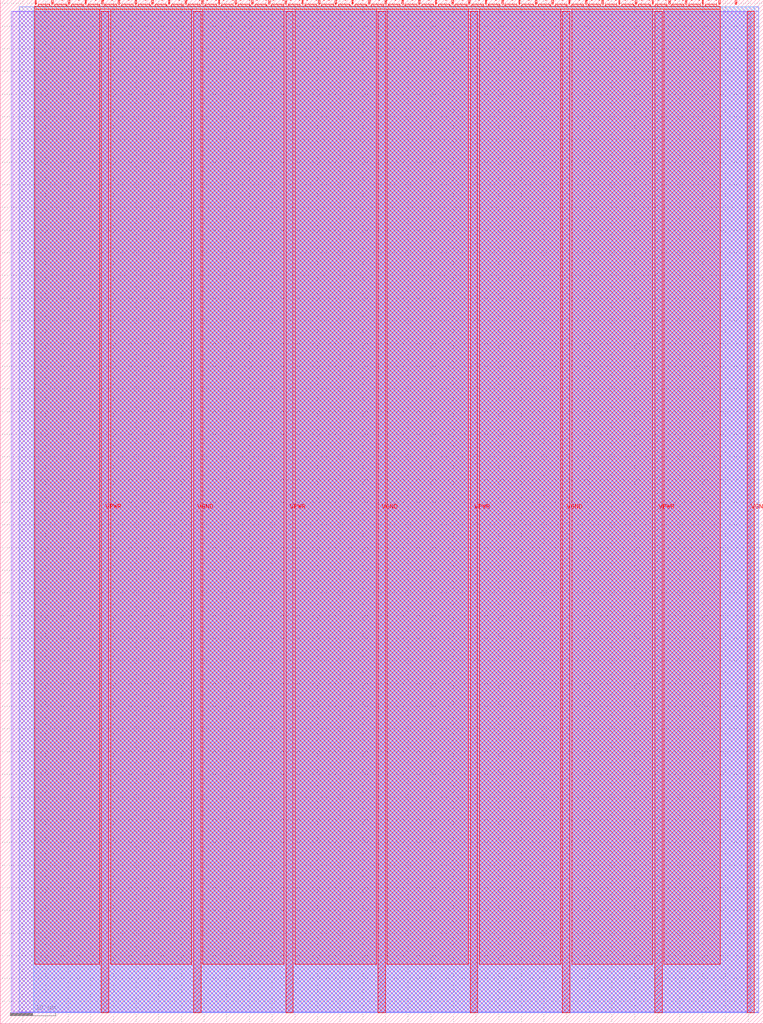
<source format=lef>
VERSION 5.7 ;
  NOWIREEXTENSIONATPIN ON ;
  DIVIDERCHAR "/" ;
  BUSBITCHARS "[]" ;
MACRO tt_um_rtfb_collatz
  CLASS BLOCK ;
  FOREIGN tt_um_rtfb_collatz ;
  ORIGIN 0.000 0.000 ;
  SIZE 168.360 BY 225.760 ;
  PIN VGND
    DIRECTION INOUT ;
    USE GROUND ;
    PORT
      LAYER met4 ;
        RECT 42.670 2.480 44.270 223.280 ;
    END
    PORT
      LAYER met4 ;
        RECT 83.380 2.480 84.980 223.280 ;
    END
    PORT
      LAYER met4 ;
        RECT 124.090 2.480 125.690 223.280 ;
    END
    PORT
      LAYER met4 ;
        RECT 164.800 2.480 166.400 223.280 ;
    END
  END VGND
  PIN VPWR
    DIRECTION INOUT ;
    USE POWER ;
    PORT
      LAYER met4 ;
        RECT 22.315 2.480 23.915 223.280 ;
    END
    PORT
      LAYER met4 ;
        RECT 63.025 2.480 64.625 223.280 ;
    END
    PORT
      LAYER met4 ;
        RECT 103.735 2.480 105.335 223.280 ;
    END
    PORT
      LAYER met4 ;
        RECT 144.445 2.480 146.045 223.280 ;
    END
  END VPWR
  PIN clk
    DIRECTION INPUT ;
    USE SIGNAL ;
    ANTENNAGATEAREA 0.852000 ;
    PORT
      LAYER met4 ;
        RECT 158.550 224.760 158.850 225.760 ;
    END
  END clk
  PIN ena
    DIRECTION INPUT ;
    USE SIGNAL ;
    PORT
      LAYER met4 ;
        RECT 162.230 224.760 162.530 225.760 ;
    END
  END ena
  PIN rst_n
    DIRECTION INPUT ;
    USE SIGNAL ;
    ANTENNAGATEAREA 0.159000 ;
    PORT
      LAYER met4 ;
        RECT 154.870 224.760 155.170 225.760 ;
    END
  END rst_n
  PIN ui_in[0]
    DIRECTION INPUT ;
    USE SIGNAL ;
    ANTENNAGATEAREA 0.247500 ;
    PORT
      LAYER met4 ;
        RECT 151.190 224.760 151.490 225.760 ;
    END
  END ui_in[0]
  PIN ui_in[1]
    DIRECTION INPUT ;
    USE SIGNAL ;
    ANTENNAGATEAREA 0.213000 ;
    PORT
      LAYER met4 ;
        RECT 147.510 224.760 147.810 225.760 ;
    END
  END ui_in[1]
  PIN ui_in[2]
    DIRECTION INPUT ;
    USE SIGNAL ;
    ANTENNAGATEAREA 0.213000 ;
    PORT
      LAYER met4 ;
        RECT 143.830 224.760 144.130 225.760 ;
    END
  END ui_in[2]
  PIN ui_in[3]
    DIRECTION INPUT ;
    USE SIGNAL ;
    ANTENNAGATEAREA 0.213000 ;
    PORT
      LAYER met4 ;
        RECT 140.150 224.760 140.450 225.760 ;
    END
  END ui_in[3]
  PIN ui_in[4]
    DIRECTION INPUT ;
    USE SIGNAL ;
    ANTENNAGATEAREA 0.213000 ;
    PORT
      LAYER met4 ;
        RECT 136.470 224.760 136.770 225.760 ;
    END
  END ui_in[4]
  PIN ui_in[5]
    DIRECTION INPUT ;
    USE SIGNAL ;
    ANTENNAGATEAREA 0.213000 ;
    PORT
      LAYER met4 ;
        RECT 132.790 224.760 133.090 225.760 ;
    END
  END ui_in[5]
  PIN ui_in[6]
    DIRECTION INPUT ;
    USE SIGNAL ;
    ANTENNAGATEAREA 0.213000 ;
    PORT
      LAYER met4 ;
        RECT 129.110 224.760 129.410 225.760 ;
    END
  END ui_in[6]
  PIN ui_in[7]
    DIRECTION INPUT ;
    USE SIGNAL ;
    ANTENNAGATEAREA 0.213000 ;
    PORT
      LAYER met4 ;
        RECT 125.430 224.760 125.730 225.760 ;
    END
  END ui_in[7]
  PIN uio_in[0]
    DIRECTION INPUT ;
    USE SIGNAL ;
    ANTENNAGATEAREA 0.213000 ;
    PORT
      LAYER met4 ;
        RECT 121.750 224.760 122.050 225.760 ;
    END
  END uio_in[0]
  PIN uio_in[1]
    DIRECTION INPUT ;
    USE SIGNAL ;
    ANTENNAGATEAREA 0.213000 ;
    PORT
      LAYER met4 ;
        RECT 118.070 224.760 118.370 225.760 ;
    END
  END uio_in[1]
  PIN uio_in[2]
    DIRECTION INPUT ;
    USE SIGNAL ;
    ANTENNAGATEAREA 0.196500 ;
    PORT
      LAYER met4 ;
        RECT 114.390 224.760 114.690 225.760 ;
    END
  END uio_in[2]
  PIN uio_in[3]
    DIRECTION INPUT ;
    USE SIGNAL ;
    ANTENNAGATEAREA 0.213000 ;
    PORT
      LAYER met4 ;
        RECT 110.710 224.760 111.010 225.760 ;
    END
  END uio_in[3]
  PIN uio_in[4]
    DIRECTION INPUT ;
    USE SIGNAL ;
    ANTENNAGATEAREA 0.126000 ;
    PORT
      LAYER met4 ;
        RECT 107.030 224.760 107.330 225.760 ;
    END
  END uio_in[4]
  PIN uio_in[5]
    DIRECTION INPUT ;
    USE SIGNAL ;
    ANTENNAGATEAREA 0.159000 ;
    PORT
      LAYER met4 ;
        RECT 103.350 224.760 103.650 225.760 ;
    END
  END uio_in[5]
  PIN uio_in[6]
    DIRECTION INPUT ;
    USE SIGNAL ;
    ANTENNAGATEAREA 0.196500 ;
    PORT
      LAYER met4 ;
        RECT 99.670 224.760 99.970 225.760 ;
    END
  END uio_in[6]
  PIN uio_in[7]
    DIRECTION INPUT ;
    USE SIGNAL ;
    ANTENNAGATEAREA 0.196500 ;
    PORT
      LAYER met4 ;
        RECT 95.990 224.760 96.290 225.760 ;
    END
  END uio_in[7]
  PIN uio_oe[0]
    DIRECTION OUTPUT TRISTATE ;
    USE SIGNAL ;
    PORT
      LAYER met4 ;
        RECT 33.430 224.760 33.730 225.760 ;
    END
  END uio_oe[0]
  PIN uio_oe[1]
    DIRECTION OUTPUT TRISTATE ;
    USE SIGNAL ;
    PORT
      LAYER met4 ;
        RECT 29.750 224.760 30.050 225.760 ;
    END
  END uio_oe[1]
  PIN uio_oe[2]
    DIRECTION OUTPUT TRISTATE ;
    USE SIGNAL ;
    PORT
      LAYER met4 ;
        RECT 26.070 224.760 26.370 225.760 ;
    END
  END uio_oe[2]
  PIN uio_oe[3]
    DIRECTION OUTPUT TRISTATE ;
    USE SIGNAL ;
    PORT
      LAYER met4 ;
        RECT 22.390 224.760 22.690 225.760 ;
    END
  END uio_oe[3]
  PIN uio_oe[4]
    DIRECTION OUTPUT TRISTATE ;
    USE SIGNAL ;
    PORT
      LAYER met4 ;
        RECT 18.710 224.760 19.010 225.760 ;
    END
  END uio_oe[4]
  PIN uio_oe[5]
    DIRECTION OUTPUT TRISTATE ;
    USE SIGNAL ;
    PORT
      LAYER met4 ;
        RECT 15.030 224.760 15.330 225.760 ;
    END
  END uio_oe[5]
  PIN uio_oe[6]
    DIRECTION OUTPUT TRISTATE ;
    USE SIGNAL ;
    PORT
      LAYER met4 ;
        RECT 11.350 224.760 11.650 225.760 ;
    END
  END uio_oe[6]
  PIN uio_oe[7]
    DIRECTION OUTPUT TRISTATE ;
    USE SIGNAL ;
    ANTENNADIFFAREA 0.795200 ;
    PORT
      LAYER met4 ;
        RECT 7.670 224.760 7.970 225.760 ;
    END
  END uio_oe[7]
  PIN uio_out[0]
    DIRECTION OUTPUT TRISTATE ;
    USE SIGNAL ;
    PORT
      LAYER met4 ;
        RECT 62.870 224.760 63.170 225.760 ;
    END
  END uio_out[0]
  PIN uio_out[1]
    DIRECTION OUTPUT TRISTATE ;
    USE SIGNAL ;
    PORT
      LAYER met4 ;
        RECT 59.190 224.760 59.490 225.760 ;
    END
  END uio_out[1]
  PIN uio_out[2]
    DIRECTION OUTPUT TRISTATE ;
    USE SIGNAL ;
    PORT
      LAYER met4 ;
        RECT 55.510 224.760 55.810 225.760 ;
    END
  END uio_out[2]
  PIN uio_out[3]
    DIRECTION OUTPUT TRISTATE ;
    USE SIGNAL ;
    PORT
      LAYER met4 ;
        RECT 51.830 224.760 52.130 225.760 ;
    END
  END uio_out[3]
  PIN uio_out[4]
    DIRECTION OUTPUT TRISTATE ;
    USE SIGNAL ;
    PORT
      LAYER met4 ;
        RECT 48.150 224.760 48.450 225.760 ;
    END
  END uio_out[4]
  PIN uio_out[5]
    DIRECTION OUTPUT TRISTATE ;
    USE SIGNAL ;
    PORT
      LAYER met4 ;
        RECT 44.470 224.760 44.770 225.760 ;
    END
  END uio_out[5]
  PIN uio_out[6]
    DIRECTION OUTPUT TRISTATE ;
    USE SIGNAL ;
    PORT
      LAYER met4 ;
        RECT 40.790 224.760 41.090 225.760 ;
    END
  END uio_out[6]
  PIN uio_out[7]
    DIRECTION OUTPUT TRISTATE ;
    USE SIGNAL ;
    ANTENNADIFFAREA 0.795200 ;
    PORT
      LAYER met4 ;
        RECT 37.110 224.760 37.410 225.760 ;
    END
  END uio_out[7]
  PIN uo_out[0]
    DIRECTION OUTPUT TRISTATE ;
    USE SIGNAL ;
    ANTENNAGATEAREA 0.247500 ;
    ANTENNADIFFAREA 0.445500 ;
    PORT
      LAYER met4 ;
        RECT 92.310 224.760 92.610 225.760 ;
    END
  END uo_out[0]
  PIN uo_out[1]
    DIRECTION OUTPUT TRISTATE ;
    USE SIGNAL ;
    ANTENNAGATEAREA 0.247500 ;
    ANTENNADIFFAREA 0.445500 ;
    PORT
      LAYER met4 ;
        RECT 88.630 224.760 88.930 225.760 ;
    END
  END uo_out[1]
  PIN uo_out[2]
    DIRECTION OUTPUT TRISTATE ;
    USE SIGNAL ;
    ANTENNAGATEAREA 0.247500 ;
    ANTENNADIFFAREA 0.891000 ;
    PORT
      LAYER met4 ;
        RECT 84.950 224.760 85.250 225.760 ;
    END
  END uo_out[2]
  PIN uo_out[3]
    DIRECTION OUTPUT TRISTATE ;
    USE SIGNAL ;
    ANTENNAGATEAREA 0.247500 ;
    ANTENNADIFFAREA 0.891000 ;
    PORT
      LAYER met4 ;
        RECT 81.270 224.760 81.570 225.760 ;
    END
  END uo_out[3]
  PIN uo_out[4]
    DIRECTION OUTPUT TRISTATE ;
    USE SIGNAL ;
    ANTENNAGATEAREA 0.247500 ;
    ANTENNADIFFAREA 0.891000 ;
    PORT
      LAYER met4 ;
        RECT 77.590 224.760 77.890 225.760 ;
    END
  END uo_out[4]
  PIN uo_out[5]
    DIRECTION OUTPUT TRISTATE ;
    USE SIGNAL ;
    ANTENNAGATEAREA 0.247500 ;
    ANTENNADIFFAREA 0.891000 ;
    PORT
      LAYER met4 ;
        RECT 73.910 224.760 74.210 225.760 ;
    END
  END uo_out[5]
  PIN uo_out[6]
    DIRECTION OUTPUT TRISTATE ;
    USE SIGNAL ;
    ANTENNAGATEAREA 0.247500 ;
    ANTENNADIFFAREA 0.891000 ;
    PORT
      LAYER met4 ;
        RECT 70.230 224.760 70.530 225.760 ;
    END
  END uo_out[6]
  PIN uo_out[7]
    DIRECTION OUTPUT TRISTATE ;
    USE SIGNAL ;
    ANTENNAGATEAREA 0.247500 ;
    ANTENNADIFFAREA 0.445500 ;
    PORT
      LAYER met4 ;
        RECT 66.550 224.760 66.850 225.760 ;
    END
  END uo_out[7]
  OBS
      LAYER li1 ;
        RECT 2.760 2.635 165.600 223.125 ;
      LAYER met1 ;
        RECT 2.460 2.480 167.370 223.280 ;
      LAYER met2 ;
        RECT 4.240 2.535 167.340 224.245 ;
      LAYER met3 ;
        RECT 7.425 2.555 166.390 224.225 ;
      LAYER met4 ;
        RECT 8.370 224.360 10.950 224.760 ;
        RECT 12.050 224.360 14.630 224.760 ;
        RECT 15.730 224.360 18.310 224.760 ;
        RECT 19.410 224.360 21.990 224.760 ;
        RECT 23.090 224.360 25.670 224.760 ;
        RECT 26.770 224.360 29.350 224.760 ;
        RECT 30.450 224.360 33.030 224.760 ;
        RECT 34.130 224.360 36.710 224.760 ;
        RECT 37.810 224.360 40.390 224.760 ;
        RECT 41.490 224.360 44.070 224.760 ;
        RECT 45.170 224.360 47.750 224.760 ;
        RECT 48.850 224.360 51.430 224.760 ;
        RECT 52.530 224.360 55.110 224.760 ;
        RECT 56.210 224.360 58.790 224.760 ;
        RECT 59.890 224.360 62.470 224.760 ;
        RECT 63.570 224.360 66.150 224.760 ;
        RECT 67.250 224.360 69.830 224.760 ;
        RECT 70.930 224.360 73.510 224.760 ;
        RECT 74.610 224.360 77.190 224.760 ;
        RECT 78.290 224.360 80.870 224.760 ;
        RECT 81.970 224.360 84.550 224.760 ;
        RECT 85.650 224.360 88.230 224.760 ;
        RECT 89.330 224.360 91.910 224.760 ;
        RECT 93.010 224.360 95.590 224.760 ;
        RECT 96.690 224.360 99.270 224.760 ;
        RECT 100.370 224.360 102.950 224.760 ;
        RECT 104.050 224.360 106.630 224.760 ;
        RECT 107.730 224.360 110.310 224.760 ;
        RECT 111.410 224.360 113.990 224.760 ;
        RECT 115.090 224.360 117.670 224.760 ;
        RECT 118.770 224.360 121.350 224.760 ;
        RECT 122.450 224.360 125.030 224.760 ;
        RECT 126.130 224.360 128.710 224.760 ;
        RECT 129.810 224.360 132.390 224.760 ;
        RECT 133.490 224.360 136.070 224.760 ;
        RECT 137.170 224.360 139.750 224.760 ;
        RECT 140.850 224.360 143.430 224.760 ;
        RECT 144.530 224.360 147.110 224.760 ;
        RECT 148.210 224.360 150.790 224.760 ;
        RECT 151.890 224.360 154.470 224.760 ;
        RECT 155.570 224.360 158.150 224.760 ;
        RECT 7.655 223.680 158.865 224.360 ;
        RECT 7.655 13.095 21.915 223.680 ;
        RECT 24.315 13.095 42.270 223.680 ;
        RECT 44.670 13.095 62.625 223.680 ;
        RECT 65.025 13.095 82.980 223.680 ;
        RECT 85.380 13.095 103.335 223.680 ;
        RECT 105.735 13.095 123.690 223.680 ;
        RECT 126.090 13.095 144.045 223.680 ;
        RECT 146.445 13.095 158.865 223.680 ;
  END
END tt_um_rtfb_collatz
END LIBRARY


</source>
